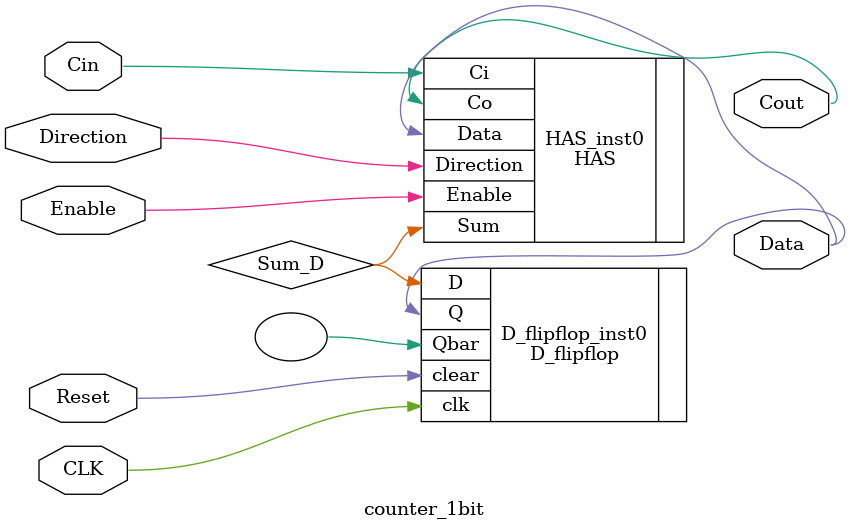
<source format=v>
module counter_1bit(
  input Enable,
  input Direction,
  input Reset,
  input CLK,
  input Cin,
  output wire Cout,
  output wire Data
);

wire Sum_D ;




HAS HAS_inst0(
  .Enable(Enable), 
  .Direction(Direction),
  .Data(Data),
  .Ci(Cin),
  .Sum(Sum_D) ,
  .Co(Cout) );
  

D_flipflop D_flipflop_inst0(.Q(Data), .Qbar(), .D(Sum_D), .clk(CLK), .clear(Reset));




endmodule


</source>
